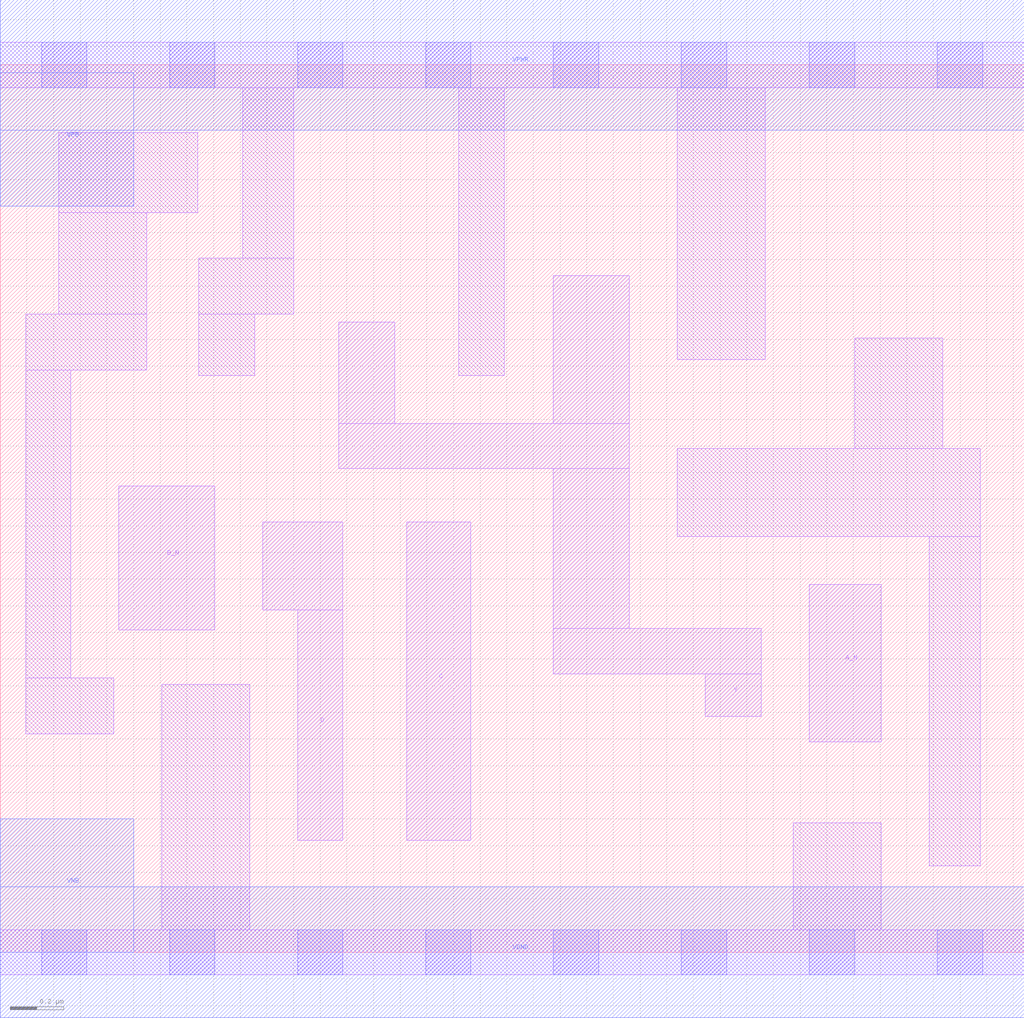
<source format=lef>
# Copyright 2020 The SkyWater PDK Authors
#
# Licensed under the Apache License, Version 2.0 (the "License");
# you may not use this file except in compliance with the License.
# You may obtain a copy of the License at
#
#     https://www.apache.org/licenses/LICENSE-2.0
#
# Unless required by applicable law or agreed to in writing, software
# distributed under the License is distributed on an "AS IS" BASIS,
# WITHOUT WARRANTIES OR CONDITIONS OF ANY KIND, either express or implied.
# See the License for the specific language governing permissions and
# limitations under the License.
#
# SPDX-License-Identifier: Apache-2.0

VERSION 5.5 ;
NAMESCASESENSITIVE ON ;
BUSBITCHARS "[]" ;
DIVIDERCHAR "/" ;
MACRO sky130_fd_sc_lp__nand4bb_m
  CLASS CORE ;
  SOURCE USER ;
  ORIGIN  0.000000  0.000000 ;
  SIZE  3.840000 BY  3.330000 ;
  SYMMETRY X Y R90 ;
  SITE unit ;
  PIN A_N
    ANTENNAGATEAREA  0.126000 ;
    DIRECTION INPUT ;
    USE SIGNAL ;
    PORT
      LAYER li1 ;
        RECT 3.035000 0.790000 3.305000 1.380000 ;
    END
  END A_N
  PIN B_N
    ANTENNAGATEAREA  0.126000 ;
    DIRECTION INPUT ;
    USE SIGNAL ;
    PORT
      LAYER li1 ;
        RECT 0.445000 1.210000 0.805000 1.750000 ;
    END
  END B_N
  PIN C
    ANTENNAGATEAREA  0.126000 ;
    DIRECTION INPUT ;
    USE SIGNAL ;
    PORT
      LAYER li1 ;
        RECT 1.525000 0.420000 1.765000 1.615000 ;
    END
  END C
  PIN D
    ANTENNAGATEAREA  0.126000 ;
    DIRECTION INPUT ;
    USE SIGNAL ;
    PORT
      LAYER li1 ;
        RECT 0.985000 1.285000 1.285000 1.615000 ;
        RECT 1.115000 0.420000 1.285000 1.285000 ;
    END
  END D
  PIN Y
    ANTENNADIFFAREA  0.377700 ;
    DIRECTION OUTPUT ;
    USE SIGNAL ;
    PORT
      LAYER li1 ;
        RECT 1.270000 1.815000 2.360000 1.985000 ;
        RECT 1.270000 1.985000 1.480000 2.365000 ;
        RECT 2.075000 1.045000 2.855000 1.215000 ;
        RECT 2.075000 1.215000 2.360000 1.815000 ;
        RECT 2.075000 1.985000 2.360000 2.540000 ;
        RECT 2.645000 0.885000 2.855000 1.045000 ;
    END
  END Y
  PIN VGND
    DIRECTION INOUT ;
    USE GROUND ;
    PORT
      LAYER met1 ;
        RECT 0.000000 -0.245000 3.840000 0.245000 ;
    END
  END VGND
  PIN VNB
    DIRECTION INOUT ;
    USE GROUND ;
    PORT
    END
  END VNB
  PIN VPB
    DIRECTION INOUT ;
    USE POWER ;
    PORT
    END
  END VPB
  PIN VNB
    DIRECTION INOUT ;
    USE GROUND ;
    PORT
      LAYER met1 ;
        RECT 0.000000 0.000000 0.500000 0.500000 ;
    END
  END VNB
  PIN VPB
    DIRECTION INOUT ;
    USE POWER ;
    PORT
      LAYER met1 ;
        RECT 0.000000 2.800000 0.500000 3.300000 ;
    END
  END VPB
  PIN VPWR
    DIRECTION INOUT ;
    USE POWER ;
    PORT
      LAYER met1 ;
        RECT 0.000000 3.085000 3.840000 3.575000 ;
    END
  END VPWR
  OBS
    LAYER li1 ;
      RECT 0.000000 -0.085000 3.840000 0.085000 ;
      RECT 0.000000  3.245000 3.840000 3.415000 ;
      RECT 0.095000  0.820000 0.425000 1.030000 ;
      RECT 0.095000  1.030000 0.265000 2.185000 ;
      RECT 0.095000  2.185000 0.550000 2.395000 ;
      RECT 0.220000  2.395000 0.550000 2.775000 ;
      RECT 0.220000  2.775000 0.740000 3.075000 ;
      RECT 0.605000  0.085000 0.935000 1.005000 ;
      RECT 0.745000  2.165000 0.955000 2.395000 ;
      RECT 0.745000  2.395000 1.100000 2.605000 ;
      RECT 0.910000  2.605000 1.100000 3.245000 ;
      RECT 1.720000  2.165000 1.890000 3.245000 ;
      RECT 2.540000  1.560000 3.675000 1.890000 ;
      RECT 2.540000  2.225000 2.870000 3.245000 ;
      RECT 2.975000  0.085000 3.305000 0.485000 ;
      RECT 3.205000  1.890000 3.535000 2.305000 ;
      RECT 3.485000  0.325000 3.675000 1.560000 ;
    LAYER mcon ;
      RECT 0.155000 -0.085000 0.325000 0.085000 ;
      RECT 0.155000  3.245000 0.325000 3.415000 ;
      RECT 0.635000 -0.085000 0.805000 0.085000 ;
      RECT 0.635000  3.245000 0.805000 3.415000 ;
      RECT 1.115000 -0.085000 1.285000 0.085000 ;
      RECT 1.115000  3.245000 1.285000 3.415000 ;
      RECT 1.595000 -0.085000 1.765000 0.085000 ;
      RECT 1.595000  3.245000 1.765000 3.415000 ;
      RECT 2.075000 -0.085000 2.245000 0.085000 ;
      RECT 2.075000  3.245000 2.245000 3.415000 ;
      RECT 2.555000 -0.085000 2.725000 0.085000 ;
      RECT 2.555000  3.245000 2.725000 3.415000 ;
      RECT 3.035000 -0.085000 3.205000 0.085000 ;
      RECT 3.035000  3.245000 3.205000 3.415000 ;
      RECT 3.515000 -0.085000 3.685000 0.085000 ;
      RECT 3.515000  3.245000 3.685000 3.415000 ;
  END
END sky130_fd_sc_lp__nand4bb_m
END LIBRARY

</source>
